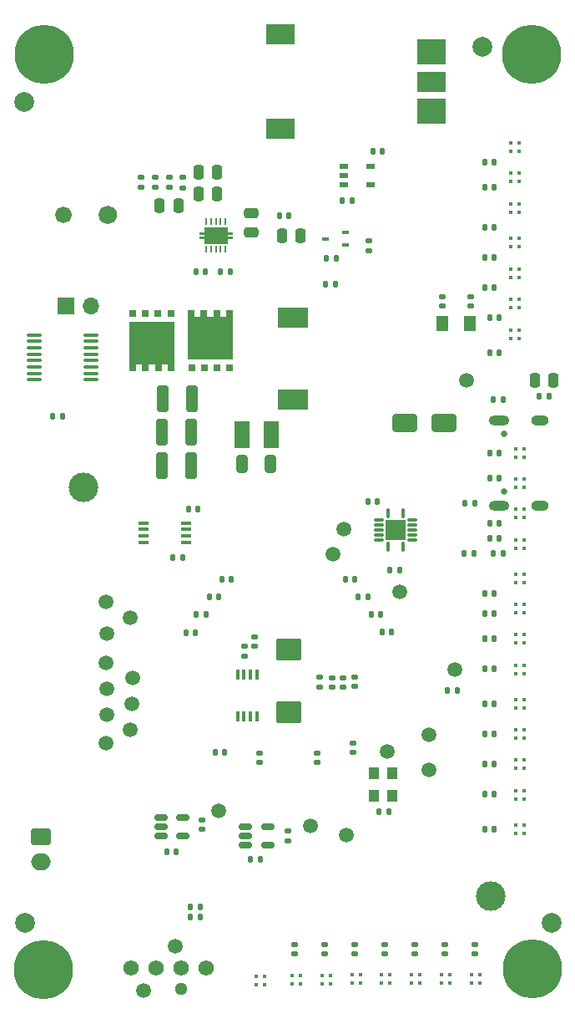
<source format=gbr>
%TF.GenerationSoftware,KiCad,Pcbnew,8.0.1*%
%TF.CreationDate,2024-04-16T22:47:58+08:00*%
%TF.ProjectId,bitaxeUltra,62697461-7865-4556-9c74-72612e6b6963,rev?*%
%TF.SameCoordinates,Original*%
%TF.FileFunction,Soldermask,Top*%
%TF.FilePolarity,Negative*%
%FSLAX46Y46*%
G04 Gerber Fmt 4.6, Leading zero omitted, Abs format (unit mm)*
G04 Created by KiCad (PCBNEW 8.0.1) date 2024-04-16 22:47:58*
%MOMM*%
%LPD*%
G01*
G04 APERTURE LIST*
G04 Aperture macros list*
%AMRoundRect*
0 Rectangle with rounded corners*
0 $1 Rounding radius*
0 $2 $3 $4 $5 $6 $7 $8 $9 X,Y pos of 4 corners*
0 Add a 4 corners polygon primitive as box body*
4,1,4,$2,$3,$4,$5,$6,$7,$8,$9,$2,$3,0*
0 Add four circle primitives for the rounded corners*
1,1,$1+$1,$2,$3*
1,1,$1+$1,$4,$5*
1,1,$1+$1,$6,$7*
1,1,$1+$1,$8,$9*
0 Add four rect primitives between the rounded corners*
20,1,$1+$1,$2,$3,$4,$5,0*
20,1,$1+$1,$4,$5,$6,$7,0*
20,1,$1+$1,$6,$7,$8,$9,0*
20,1,$1+$1,$8,$9,$2,$3,0*%
%AMFreePoly0*
4,1,35,0.005000,-4.560000,0.003536,-4.563536,0.000000,-4.565000,-5.000000,-4.565000,-5.003536,-4.563536,-5.005000,-4.560000,-5.005000,-3.898000,-5.003536,-3.894464,-5.000000,-3.893000,-4.325000,-3.893000,-4.325000,-3.269700,-5.000000,-3.269700,-5.003536,-3.268236,-5.005000,-3.264700,-5.005000,-2.599700,-5.003536,-2.596164,-5.000000,-2.594700,-4.325000,-2.594700,-4.325000,-1.971400,-5.000000,-1.971400,
-5.003536,-1.969936,-5.005000,-1.966400,-5.005000,-1.301400,-5.003536,-1.297864,-5.000000,-1.296400,-4.325000,-1.296400,-4.325000,-0.673100,-5.000000,-0.673100,-5.003536,-0.671636,-5.005000,-0.668100,-5.005000,0.000000,-5.003536,0.003536,-5.000000,0.005000,0.005000,0.005000,0.005000,-4.560000,0.005000,-4.560000,$1*%
%AMFreePoly1*
4,1,45,-0.124646,1.700354,-0.124500,1.700000,-0.124500,1.200500,0.124500,1.200500,0.124500,1.700000,0.124646,1.700354,0.125000,1.700500,0.375000,1.700500,0.375354,1.700354,0.375500,1.700000,0.375500,1.200500,0.825000,1.200500,0.825354,1.200354,0.825500,1.200000,0.825500,-1.200000,0.825354,-1.200354,0.825000,-1.200500,0.375500,-1.200500,0.375500,-1.700000,0.375354,-1.700354,
0.375000,-1.700500,0.125000,-1.700500,0.124646,-1.700354,0.124500,-1.700000,0.124500,-1.200500,-0.124500,-1.200500,-0.124500,-1.700000,-0.124646,-1.700354,-0.125000,-1.700500,-0.375000,-1.700500,-0.375354,-1.700354,-0.375500,-1.700000,-0.375500,-1.200500,-0.825000,-1.200500,-0.825354,-1.200354,-0.825500,-1.200000,-0.825500,1.200000,-0.825354,1.200354,-0.825000,1.200500,-0.375500,1.200500,
-0.375500,1.700000,-0.375354,1.700354,-0.375000,1.700500,-0.125000,1.700500,-0.124646,1.700354,-0.124646,1.700354,$1*%
G04 Aperture macros list end*
%ADD10C,0.120000*%
%ADD11RoundRect,0.250000X0.250000X0.475000X-0.250000X0.475000X-0.250000X-0.475000X0.250000X-0.475000X0*%
%ADD12RoundRect,0.140000X0.140000X0.170000X-0.140000X0.170000X-0.140000X-0.170000X0.140000X-0.170000X0*%
%ADD13R,0.450000X0.450000*%
%ADD14RoundRect,0.250000X-1.000000X-0.650000X1.000000X-0.650000X1.000000X0.650000X-1.000000X0.650000X0*%
%ADD15RoundRect,0.100000X-0.637500X-0.100000X0.637500X-0.100000X0.637500X0.100000X-0.637500X0.100000X0*%
%ADD16RoundRect,0.140000X-0.170000X0.140000X-0.170000X-0.140000X0.170000X-0.140000X0.170000X0.140000X0*%
%ADD17C,2.000000*%
%ADD18RoundRect,0.135000X-0.185000X0.135000X-0.185000X-0.135000X0.185000X-0.135000X0.185000X0.135000X0*%
%ADD19RoundRect,0.140000X-0.140000X-0.170000X0.140000X-0.170000X0.140000X0.170000X-0.140000X0.170000X0*%
%ADD20RoundRect,0.135000X0.135000X0.185000X-0.135000X0.185000X-0.135000X-0.185000X0.135000X-0.185000X0*%
%ADD21C,1.500000*%
%ADD22R,0.700000X0.450000*%
%ADD23C,3.000000*%
%ADD24RoundRect,0.250000X-0.475000X0.250000X-0.475000X-0.250000X0.475000X-0.250000X0.475000X0.250000X0*%
%ADD25RoundRect,0.250000X-0.250000X-0.475000X0.250000X-0.475000X0.250000X0.475000X-0.250000X0.475000X0*%
%ADD26R,1.168400X1.600200*%
%ADD27RoundRect,0.150000X-0.512500X-0.150000X0.512500X-0.150000X0.512500X0.150000X-0.512500X0.150000X0*%
%ADD28RoundRect,0.140000X0.170000X-0.140000X0.170000X0.140000X-0.170000X0.140000X-0.170000X-0.140000X0*%
%ADD29R,0.400000X1.100000*%
%ADD30C,0.800000*%
%ADD31C,6.000000*%
%ADD32RoundRect,0.007800X-0.122200X0.442200X-0.122200X-0.442200X0.122200X-0.442200X0.122200X0.442200X0*%
%ADD33RoundRect,0.007800X-0.442200X-0.122200X0.442200X-0.122200X0.442200X0.122200X-0.442200X0.122200X0*%
%ADD34R,2.050000X2.050000*%
%ADD35R,3.100000X2.000000*%
%ADD36RoundRect,0.135000X0.185000X-0.135000X0.185000X0.135000X-0.185000X0.135000X-0.185000X-0.135000X0*%
%ADD37R,3.000000X2.500000*%
%ADD38R,3.000000X2.000000*%
%ADD39R,1.100000X0.400000*%
%ADD40RoundRect,0.250000X-1.025000X0.875000X-1.025000X-0.875000X1.025000X-0.875000X1.025000X0.875000X0*%
%ADD41R,0.700000X0.800000*%
%ADD42FreePoly0,270.000000*%
%ADD43RoundRect,0.135000X-0.135000X-0.185000X0.135000X-0.185000X0.135000X0.185000X-0.135000X0.185000X0*%
%ADD44RoundRect,0.050000X-0.070000X0.250000X-0.070000X-0.250000X0.070000X-0.250000X0.070000X0.250000X0*%
%ADD45C,0.400000*%
%ADD46FreePoly1,270.000000*%
%ADD47R,1.600000X2.700000*%
%ADD48FreePoly0,90.000000*%
%ADD49RoundRect,0.250000X-0.325000X-1.100000X0.325000X-1.100000X0.325000X1.100000X-0.325000X1.100000X0*%
%ADD50R,1.100000X1.300000*%
%ADD51RoundRect,0.250000X0.325000X0.650000X-0.325000X0.650000X-0.325000X-0.650000X0.325000X-0.650000X0*%
%ADD52R,0.952500X0.558800*%
%ADD53C,1.295400*%
%ADD54C,1.574800*%
%ADD55R,1.700000X1.700000*%
%ADD56O,1.700000X1.700000*%
%ADD57C,0.650000*%
%ADD58O,1.800000X1.000000*%
%ADD59O,2.100000X1.000000*%
%ADD60C,1.600000*%
%ADD61C,1.800000*%
%ADD62RoundRect,0.250000X-0.750000X0.600000X-0.750000X-0.600000X0.750000X-0.600000X0.750000X0.600000X0*%
%ADD63O,2.000000X1.700000*%
G04 APERTURE END LIST*
D10*
%TO.C,J1*%
X83550000Y-67350000D02*
G75*
G02*
X81950000Y-67350000I-800000J0D01*
G01*
X81950000Y-67350000D02*
G75*
G02*
X83550000Y-67350000I800000J0D01*
G01*
X88150000Y-67350000D02*
G75*
G02*
X86350000Y-67350000I-900000J0D01*
G01*
X86350000Y-67350000D02*
G75*
G02*
X88150000Y-67350000I900000J0D01*
G01*
%TD*%
D11*
%TO.C,C43*%
X106814000Y-69487000D03*
X104914000Y-69487000D03*
%TD*%
D12*
%TO.C,C19*%
X116836000Y-103365000D03*
X115876000Y-103365000D03*
%TD*%
D13*
%TO.C,M23*%
X118872000Y-145122000D03*
X118022000Y-145122000D03*
X118872000Y-144272000D03*
X118022000Y-144272000D03*
%TD*%
D14*
%TO.C,D1*%
X117380000Y-88392000D03*
X121380000Y-88392000D03*
%TD*%
D13*
%TO.C,M27*%
X106763000Y-145205000D03*
X105913000Y-145205000D03*
X106763000Y-144355000D03*
X105913000Y-144355000D03*
%TD*%
%TO.C,M12*%
X128607000Y-103715000D03*
X129457000Y-103715000D03*
X128607000Y-104565000D03*
X129457000Y-104565000D03*
%TD*%
D15*
%TO.C,U8*%
X79777500Y-79495000D03*
X79777500Y-80145000D03*
X79777500Y-80795000D03*
X79777500Y-81445000D03*
X79777500Y-82095000D03*
X79777500Y-82745000D03*
X79777500Y-83395000D03*
X79777500Y-84045000D03*
X85502500Y-84045000D03*
X85502500Y-83395000D03*
X85502500Y-82745000D03*
X85502500Y-82095000D03*
X85502500Y-81445000D03*
X85502500Y-80795000D03*
X85502500Y-80145000D03*
X85502500Y-79495000D03*
%TD*%
D16*
%TO.C,C7*%
X112268000Y-114175600D03*
X112268000Y-115135600D03*
%TD*%
D17*
%TO.C,FID2*%
X125272800Y-50292000D03*
%TD*%
%TO.C,FID4*%
X132257800Y-139065000D03*
%TD*%
D18*
%TO.C,R13*%
X90649600Y-63569000D03*
X90649600Y-64589000D03*
%TD*%
D17*
%TO.C,FID3*%
X78841600Y-139065000D03*
%TD*%
D19*
%TO.C,CM18*%
X125504000Y-122936000D03*
X126464000Y-122936000D03*
%TD*%
D16*
%TO.C,CM21*%
X124460000Y-141252000D03*
X124460000Y-142212000D03*
%TD*%
D20*
%TO.C,R6*%
X122717000Y-115554000D03*
X121697000Y-115554000D03*
%TD*%
D12*
%TO.C,C1*%
X115730000Y-127810000D03*
X114770000Y-127810000D03*
%TD*%
D21*
%TO.C,TP38*%
X87045800Y-112699800D03*
%TD*%
D22*
%TO.C,Q4*%
X111370000Y-70430000D03*
X111370000Y-69130000D03*
X109370000Y-69780000D03*
%TD*%
D11*
%TO.C,C41*%
X98355400Y-63005800D03*
X96455400Y-63005800D03*
%TD*%
D13*
%TO.C,M2*%
X128099000Y-63075000D03*
X128949000Y-63075000D03*
X128099000Y-63925000D03*
X128949000Y-63925000D03*
%TD*%
D21*
%TO.C,TP19*%
X123610000Y-84120000D03*
%TD*%
D19*
%TO.C,CM13*%
X125504000Y-107696000D03*
X126464000Y-107696000D03*
%TD*%
D16*
%TO.C,CM23*%
X118364000Y-141252000D03*
X118364000Y-142212000D03*
%TD*%
D18*
%TO.C,R8*%
X113770000Y-69930000D03*
X113770000Y-70950000D03*
%TD*%
D13*
%TO.C,M9*%
X128607000Y-94063000D03*
X129457000Y-94063000D03*
X128607000Y-94913000D03*
X129457000Y-94913000D03*
%TD*%
D12*
%TO.C,C3*%
X114920000Y-107790000D03*
X113960000Y-107790000D03*
%TD*%
D23*
%TO.C,H6*%
X84764000Y-94984000D03*
%TD*%
D20*
%TO.C,R5*%
X124464000Y-96520000D03*
X123444000Y-96520000D03*
%TD*%
D19*
%TO.C,CM4*%
X125504000Y-71628000D03*
X126464000Y-71628000D03*
%TD*%
D24*
%TO.C,C38*%
X101783000Y-67211600D03*
X101783000Y-69111600D03*
%TD*%
D21*
%TO.C,TP35*%
X111225000Y-99150000D03*
%TD*%
D19*
%TO.C,CM3*%
X125504000Y-68580000D03*
X126464000Y-68580000D03*
%TD*%
D21*
%TO.C,TP5*%
X111440000Y-130160000D03*
%TD*%
D16*
%TO.C,C25*%
X105540000Y-129760000D03*
X105540000Y-130720000D03*
%TD*%
D25*
%TO.C,C45*%
X92522000Y-66420000D03*
X94422000Y-66420000D03*
%TD*%
D26*
%TO.C,Y1*%
X124017400Y-78349000D03*
X121172600Y-78349000D03*
%TD*%
D13*
%TO.C,M26*%
X109811000Y-145205000D03*
X108961000Y-145205000D03*
X109811000Y-144355000D03*
X108961000Y-144355000D03*
%TD*%
D19*
%TO.C,CM5*%
X125504000Y-74676000D03*
X126464000Y-74676000D03*
%TD*%
D21*
%TO.C,TP16*%
X94107000Y-141452600D03*
%TD*%
%TO.C,TP15*%
X90855800Y-145948400D03*
%TD*%
D27*
%TO.C,U5*%
X92615500Y-128358000D03*
X92615500Y-129308000D03*
X92615500Y-130258000D03*
X94890500Y-130258000D03*
X94890500Y-128358000D03*
%TD*%
D25*
%TO.C,C51*%
X130580000Y-84090000D03*
X132480000Y-84090000D03*
%TD*%
D21*
%TO.C,TP8*%
X119800000Y-119990000D03*
%TD*%
D27*
%TO.C,U6*%
X101182500Y-129290000D03*
X101182500Y-130240000D03*
X101182500Y-131190000D03*
X103457500Y-131190000D03*
X103457500Y-129290000D03*
%TD*%
D23*
%TO.C,H5*%
X126130000Y-136350000D03*
%TD*%
D16*
%TO.C,CM25*%
X112268000Y-141252000D03*
X112268000Y-142212000D03*
%TD*%
D13*
%TO.C,M14*%
X128607000Y-109811000D03*
X129457000Y-109811000D03*
X128607000Y-110661000D03*
X129457000Y-110661000D03*
%TD*%
D21*
%TO.C,TP1*%
X89763600Y-114223800D03*
%TD*%
D13*
%TO.C,M7*%
X128099000Y-78989000D03*
X128949000Y-78989000D03*
X128099000Y-79839000D03*
X128949000Y-79839000D03*
%TD*%
%TO.C,M1*%
X128099000Y-60027000D03*
X128949000Y-60027000D03*
X128099000Y-60877000D03*
X128949000Y-60877000D03*
%TD*%
D28*
%TO.C,C4*%
X108485000Y-122798000D03*
X108485000Y-121838000D03*
%TD*%
D21*
%TO.C,TP43*%
X87147400Y-115316000D03*
%TD*%
D29*
%TO.C,U7*%
X102371800Y-113877200D03*
X101721800Y-113877200D03*
X101071800Y-113877200D03*
X100421800Y-113877200D03*
X100421800Y-118177200D03*
X101071800Y-118177200D03*
X101721800Y-118177200D03*
X102371800Y-118177200D03*
%TD*%
D12*
%TO.C,C12*%
X99780000Y-104240000D03*
X98820000Y-104240000D03*
%TD*%
D19*
%TO.C,C52*%
X131050000Y-85700000D03*
X132010000Y-85700000D03*
%TD*%
D13*
%TO.C,M10*%
X128607000Y-97111000D03*
X129457000Y-97111000D03*
X128607000Y-97961000D03*
X129457000Y-97961000D03*
%TD*%
D20*
%TO.C,R1*%
X127347000Y-101658000D03*
X126327000Y-101658000D03*
%TD*%
D30*
%TO.C,H7*%
X127985010Y-51120990D03*
X128644020Y-49530000D03*
X128644020Y-52711980D03*
X130235010Y-48870990D03*
D31*
X130235010Y-51120990D03*
D30*
X130235010Y-53370990D03*
X131826000Y-49530000D03*
X131826000Y-52711980D03*
X132485010Y-51120990D03*
%TD*%
D28*
%TO.C,C30*%
X124043000Y-76576000D03*
X124043000Y-75616000D03*
%TD*%
D17*
%TO.C,FID1*%
X78740000Y-55905400D03*
%TD*%
D32*
%TO.C,U2*%
X115672000Y-97580000D03*
D33*
X114737000Y-98265000D03*
X114737000Y-98765000D03*
X114737000Y-99265000D03*
X114737000Y-99765000D03*
X114737000Y-100265000D03*
D32*
X115672000Y-100950000D03*
X117172000Y-100950000D03*
D33*
X118107000Y-100265000D03*
X118107000Y-99765000D03*
X118107000Y-99265000D03*
X118107000Y-98765000D03*
X118107000Y-98265000D03*
D32*
X117172000Y-97580000D03*
D34*
X116422000Y-99265000D03*
%TD*%
D18*
%TO.C,R10*%
X94828800Y-63573600D03*
X94828800Y-64593600D03*
%TD*%
D21*
%TO.C,TP42*%
X87100000Y-106510000D03*
%TD*%
D19*
%TO.C,CM15*%
X125504000Y-113284000D03*
X126464000Y-113284000D03*
%TD*%
D35*
%TO.C,L1*%
X106000600Y-77761400D03*
X106000600Y-86081400D03*
%TD*%
D13*
%TO.C,M5*%
X128099000Y-72810000D03*
X128949000Y-72810000D03*
X128099000Y-73660000D03*
X128949000Y-73660000D03*
%TD*%
%TO.C,M3*%
X128099000Y-66206000D03*
X128949000Y-66206000D03*
X128099000Y-67056000D03*
X128949000Y-67056000D03*
%TD*%
%TO.C,M16*%
X128607000Y-116415000D03*
X129457000Y-116415000D03*
X128607000Y-117265000D03*
X129457000Y-117265000D03*
%TD*%
D36*
%TO.C,R15*%
X93465000Y-64589000D03*
X93465000Y-63569000D03*
%TD*%
D37*
%TO.C,LED\u002A\u002A*%
X120124000Y-50848000D03*
D38*
X120124000Y-53848000D03*
D37*
X120124000Y-56848000D03*
D38*
X104724000Y-49098000D03*
X104724000Y-58598000D03*
%TD*%
D13*
%TO.C,M13*%
X128607000Y-106763000D03*
X129457000Y-106763000D03*
X128607000Y-107613000D03*
X129457000Y-107613000D03*
%TD*%
D12*
%TO.C,C15*%
X98490000Y-106040000D03*
X97530000Y-106040000D03*
%TD*%
D20*
%TO.C,R16*%
X94840000Y-102040000D03*
X93820000Y-102040000D03*
%TD*%
D13*
%TO.C,M19*%
X128607000Y-125642000D03*
X129457000Y-125642000D03*
X128607000Y-126492000D03*
X129457000Y-126492000D03*
%TD*%
D16*
%TO.C,CM22*%
X121412000Y-141252000D03*
X121412000Y-142212000D03*
%TD*%
D13*
%TO.C,M15*%
X128607000Y-112942000D03*
X129457000Y-112942000D03*
X128607000Y-113792000D03*
X129457000Y-113792000D03*
%TD*%
D30*
%TO.C,H9*%
X128052000Y-143728000D03*
X128711010Y-142137010D03*
X128711010Y-145318990D03*
X130302000Y-141478000D03*
D31*
X130302000Y-143728000D03*
D30*
X130302000Y-145978000D03*
X131892990Y-142137010D03*
X131892990Y-145318990D03*
X132552000Y-143728000D03*
%TD*%
D16*
%TO.C,CM27*%
X106172000Y-141252000D03*
X106172000Y-142212000D03*
%TD*%
D19*
%TO.C,CM12*%
X125504000Y-105664000D03*
X126464000Y-105664000D03*
%TD*%
D13*
%TO.C,M17*%
X128607000Y-119463000D03*
X129457000Y-119463000D03*
X128607000Y-120313000D03*
X129457000Y-120313000D03*
%TD*%
D28*
%TO.C,C16*%
X102646000Y-122798000D03*
X102646000Y-121838000D03*
%TD*%
D12*
%TO.C,C49*%
X115080000Y-60930000D03*
X114120000Y-60930000D03*
%TD*%
D13*
%TO.C,M21*%
X124968000Y-145122000D03*
X124118000Y-145122000D03*
X124968000Y-144272000D03*
X124118000Y-144272000D03*
%TD*%
D12*
%TO.C,C18*%
X96139000Y-109681000D03*
X95179000Y-109681000D03*
%TD*%
D11*
%TO.C,C40*%
X98333000Y-65268000D03*
X96433000Y-65268000D03*
%TD*%
D19*
%TO.C,CM14*%
X125504000Y-110236000D03*
X126464000Y-110236000D03*
%TD*%
D39*
%TO.C,U10*%
X90890000Y-98565000D03*
X90890000Y-99215000D03*
X90890000Y-99865000D03*
X90890000Y-100515000D03*
X95190000Y-100515000D03*
X95190000Y-99865000D03*
X95190000Y-99215000D03*
X95190000Y-98565000D03*
%TD*%
D21*
%TO.C,TP36*%
X116870000Y-105550000D03*
%TD*%
D13*
%TO.C,M11*%
X128607000Y-100242000D03*
X129457000Y-100242000D03*
X128607000Y-101092000D03*
X129457000Y-101092000D03*
%TD*%
D19*
%TO.C,C39*%
X104650000Y-67450000D03*
X105610000Y-67450000D03*
%TD*%
D13*
%TO.C,M28*%
X103124000Y-145288000D03*
X102274000Y-145288000D03*
X103124000Y-144438000D03*
X102274000Y-144438000D03*
%TD*%
D19*
%TO.C,CM16*%
X125504000Y-116840000D03*
X126464000Y-116840000D03*
%TD*%
D21*
%TO.C,TP44*%
X89687400Y-116840000D03*
%TD*%
D30*
%TO.C,H10*%
X78455010Y-143830990D03*
X79114020Y-142240000D03*
X79114020Y-145421980D03*
X80705010Y-141580990D03*
D31*
X80705010Y-143830990D03*
D30*
X80705010Y-146080990D03*
X82296000Y-142240000D03*
X82296000Y-145421980D03*
X82955010Y-143830990D03*
%TD*%
D28*
%TO.C,C31*%
X121159000Y-76585000D03*
X121159000Y-75625000D03*
%TD*%
D12*
%TO.C,C35*%
X82650000Y-87720000D03*
X81690000Y-87720000D03*
%TD*%
D16*
%TO.C,C10*%
X108712000Y-114201000D03*
X108712000Y-115161000D03*
%TD*%
%TO.C,C11*%
X111150400Y-114226400D03*
X111150400Y-115186400D03*
%TD*%
D18*
%TO.C,R14*%
X92057300Y-63569000D03*
X92057300Y-64589000D03*
%TD*%
D12*
%TO.C,C14*%
X99092000Y-121788000D03*
X98132000Y-121788000D03*
%TD*%
D40*
%TO.C,C13*%
X105600000Y-111360000D03*
X105600000Y-117760000D03*
%TD*%
D41*
%TO.C,Q2*%
X95751600Y-82862700D03*
X97049900Y-82862700D03*
X98313300Y-82862700D03*
X99611600Y-82862700D03*
D42*
X99961600Y-81957700D03*
%TD*%
D19*
%TO.C,CM11*%
X126012000Y-100076000D03*
X126972000Y-100076000D03*
%TD*%
%TO.C,CM7*%
X126012000Y-81280000D03*
X126972000Y-81280000D03*
%TD*%
D13*
%TO.C,M20*%
X128607000Y-129115000D03*
X129457000Y-129115000D03*
X128607000Y-129965000D03*
X129457000Y-129965000D03*
%TD*%
D28*
%TO.C,C33*%
X102133400Y-111046200D03*
X102133400Y-110086200D03*
%TD*%
D43*
%TO.C,R2*%
X95640000Y-138480000D03*
X96660000Y-138480000D03*
%TD*%
D19*
%TO.C,CM10*%
X126012000Y-98552000D03*
X126972000Y-98552000D03*
%TD*%
D21*
%TO.C,TP41*%
X89500000Y-108130000D03*
%TD*%
D19*
%TO.C,C44*%
X95450000Y-97140000D03*
X96410000Y-97140000D03*
%TD*%
D44*
%TO.C,U9*%
X99201691Y-68022200D03*
X98701691Y-68022200D03*
X98201691Y-68022200D03*
X97701691Y-68022200D03*
X97201691Y-68022200D03*
X97201691Y-70822200D03*
X97701691Y-70822200D03*
X98201691Y-70822200D03*
X98701691Y-70822200D03*
X99201691Y-70822200D03*
D45*
X98201691Y-68847200D03*
X99151691Y-69422200D03*
D46*
X98201691Y-69422200D03*
D45*
X97251691Y-69422200D03*
X98201691Y-69997200D03*
%TD*%
D21*
%TO.C,TP34*%
X110075000Y-101700000D03*
%TD*%
%TO.C,TP46*%
X87071200Y-120827800D03*
%TD*%
D30*
%TO.C,H8*%
X78558000Y-51054000D03*
X79217010Y-49463010D03*
X79217010Y-52644990D03*
X80808000Y-48804000D03*
D31*
X80808000Y-51054000D03*
D30*
X80808000Y-53304000D03*
X82398990Y-49463010D03*
X82398990Y-52644990D03*
X83058000Y-51054000D03*
%TD*%
D19*
%TO.C,C22*%
X93253000Y-131818000D03*
X94213000Y-131818000D03*
%TD*%
D21*
%TO.C,TP10*%
X119800000Y-123540000D03*
%TD*%
D12*
%TO.C,C21*%
X124370000Y-101660000D03*
X123410000Y-101660000D03*
%TD*%
D19*
%TO.C,CM9*%
X126012000Y-93980000D03*
X126972000Y-93980000D03*
%TD*%
D12*
%TO.C,C6*%
X113620000Y-106030000D03*
X112660000Y-106030000D03*
%TD*%
D47*
%TO.C,C46*%
X103851600Y-89640200D03*
X100851600Y-89640200D03*
%TD*%
D41*
%TO.C,Q1*%
X93649887Y-77313864D03*
X92351587Y-77313864D03*
X91088187Y-77313864D03*
X89789887Y-77313864D03*
D48*
X89439887Y-78218864D03*
%TD*%
D19*
%TO.C,CM20*%
X125504000Y-129540000D03*
X126464000Y-129540000D03*
%TD*%
D16*
%TO.C,CM24*%
X115316000Y-141252000D03*
X115316000Y-142212000D03*
%TD*%
D19*
%TO.C,C42*%
X96189800Y-73128000D03*
X97149800Y-73128000D03*
%TD*%
D21*
%TO.C,TP7*%
X115560000Y-121710000D03*
%TD*%
D49*
%TO.C,C34*%
X92806600Y-85970200D03*
X95756600Y-85970200D03*
%TD*%
D19*
%TO.C,CM6*%
X126012000Y-77724000D03*
X126972000Y-77724000D03*
%TD*%
D21*
%TO.C,TP40*%
X87180000Y-109740000D03*
%TD*%
D13*
%TO.C,M25*%
X112859000Y-145122000D03*
X112009000Y-145122000D03*
X112859000Y-144272000D03*
X112009000Y-144272000D03*
%TD*%
D50*
%TO.C,U1*%
X116140000Y-126170000D03*
X116140000Y-123870000D03*
X114240000Y-123870000D03*
X114240000Y-126170000D03*
%TD*%
D21*
%TO.C,TP13*%
X98473000Y-127736000D03*
%TD*%
D43*
%TO.C,R12*%
X98650200Y-73123400D03*
X99670200Y-73123400D03*
%TD*%
D20*
%TO.C,R4*%
X110465000Y-71760000D03*
X109445000Y-71760000D03*
%TD*%
D12*
%TO.C,C2*%
X116020000Y-109624000D03*
X115060000Y-109624000D03*
%TD*%
D43*
%TO.C,R7*%
X109340000Y-74410000D03*
X110360000Y-74410000D03*
%TD*%
D13*
%TO.C,M8*%
X128607000Y-91015000D03*
X129457000Y-91015000D03*
X128607000Y-91865000D03*
X129457000Y-91865000D03*
%TD*%
D19*
%TO.C,C23*%
X101730000Y-132610000D03*
X102690000Y-132610000D03*
%TD*%
%TO.C,CM8*%
X126012000Y-91440000D03*
X126972000Y-91440000D03*
%TD*%
D21*
%TO.C,TP6*%
X89560400Y-119507000D03*
%TD*%
D19*
%TO.C,CM2*%
X125504000Y-64516000D03*
X126464000Y-64516000D03*
%TD*%
D13*
%TO.C,M6*%
X128099000Y-75858000D03*
X128949000Y-75858000D03*
X128099000Y-76708000D03*
X128949000Y-76708000D03*
%TD*%
D19*
%TO.C,CM19*%
X125504000Y-125984000D03*
X126464000Y-125984000D03*
%TD*%
D28*
%TO.C,C5*%
X112160000Y-121800000D03*
X112160000Y-120840000D03*
%TD*%
D21*
%TO.C,TP9*%
X122500000Y-113430000D03*
%TD*%
D16*
%TO.C,CM26*%
X109220000Y-141252000D03*
X109220000Y-142212000D03*
%TD*%
D36*
%TO.C,R9*%
X101092000Y-112066800D03*
X101092000Y-111046800D03*
%TD*%
D12*
%TO.C,C17*%
X97210000Y-107780000D03*
X96250000Y-107780000D03*
%TD*%
%TO.C,C8*%
X112290000Y-104240000D03*
X111330000Y-104240000D03*
%TD*%
D19*
%TO.C,C29*%
X95640000Y-137410000D03*
X96600000Y-137410000D03*
%TD*%
D21*
%TO.C,TP14*%
X107830000Y-129200000D03*
%TD*%
%TO.C,TP45*%
X87122000Y-117983000D03*
%TD*%
D20*
%TO.C,R3*%
X127382000Y-86047000D03*
X126362000Y-86047000D03*
%TD*%
D19*
%TO.C,C27*%
X111051000Y-65931000D03*
X112011000Y-65931000D03*
%TD*%
%TO.C,CM17*%
X125504000Y-119888000D03*
X126464000Y-119888000D03*
%TD*%
D12*
%TO.C,C20*%
X114582000Y-96355000D03*
X113622000Y-96355000D03*
%TD*%
D51*
%TO.C,C47*%
X103786600Y-92610200D03*
X100836600Y-92610200D03*
%TD*%
D19*
%TO.C,CM1*%
X125504000Y-61976000D03*
X126464000Y-61976000D03*
%TD*%
D13*
%TO.C,M24*%
X115824000Y-145122000D03*
X114974000Y-145122000D03*
X115824000Y-144272000D03*
X114974000Y-144272000D03*
%TD*%
D16*
%TO.C,C24*%
X96763000Y-128638000D03*
X96763000Y-129598000D03*
%TD*%
D49*
%TO.C,C36*%
X92766600Y-89380200D03*
X95716600Y-89380200D03*
%TD*%
D13*
%TO.C,M4*%
X128099000Y-69679000D03*
X128949000Y-69679000D03*
X128099000Y-70529000D03*
X128949000Y-70529000D03*
%TD*%
D16*
%TO.C,C9*%
X109982000Y-114230000D03*
X109982000Y-115190000D03*
%TD*%
D52*
%TO.C,U11*%
X111185050Y-62440200D03*
X111185050Y-63380000D03*
X111185050Y-64319800D03*
X113940950Y-64319800D03*
X113940950Y-62440200D03*
%TD*%
D13*
%TO.C,M18*%
X128607000Y-122511000D03*
X129457000Y-122511000D03*
X128607000Y-123361000D03*
X129457000Y-123361000D03*
%TD*%
D49*
%TO.C,C37*%
X92766600Y-92740200D03*
X95716600Y-92740200D03*
%TD*%
D13*
%TO.C,M22*%
X121920000Y-145122000D03*
X121070000Y-145122000D03*
X121920000Y-144272000D03*
X121070000Y-144272000D03*
%TD*%
D53*
%TO.C,J4*%
X94701000Y-145782001D03*
D54*
X89621000Y-143622000D03*
X92161000Y-143622000D03*
X94701000Y-143622000D03*
X97241000Y-143622000D03*
%TD*%
D55*
%TO.C,J7*%
X83000000Y-76540000D03*
D56*
X85540000Y-76540000D03*
%TD*%
D57*
%TO.C,J8*%
X127443000Y-89566000D03*
X127443000Y-95346000D03*
D58*
X131123000Y-88136000D03*
D59*
X126943000Y-88136000D03*
D58*
X131123000Y-96776000D03*
D59*
X126943000Y-96776000D03*
%TD*%
D60*
%TO.C,J1*%
X82750000Y-67350000D03*
D61*
X87250000Y-67350000D03*
%TD*%
D62*
%TO.C,J2*%
X80470000Y-130360000D03*
D63*
X80470000Y-132860000D03*
%TD*%
M02*

</source>
